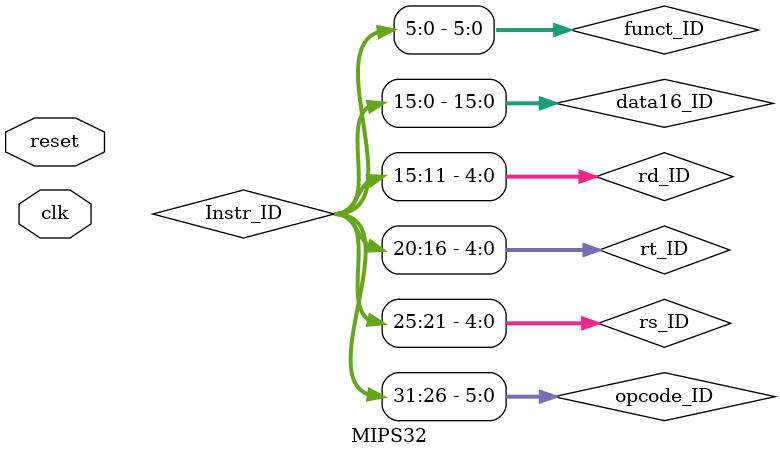
<source format=v>

module MIPS32(
    input clk,
    input reset
);
    // IF STAGE
  
    wire [31:0] PC_current, PC_next, PC_add4;
    wire [31:0] Instr_IF;

    wire        branch_taken;
    wire [31:0] PCBranch_EXMEM;

    // PC
    PC pc0(
        .clk(clk),
        .reset(reset),
        .En(1'b1),
        .PC_in(PC_next),
        .PC_out(PC_current)
    );

    // PC + 4
    assign PC_add4 = PC_current + 32'd4;

    // Instruction Memory
    InstructionMemory imem0(
        .addr(PC_current),
        .instr(Instr_IF)
    );

    // Mux PCSrc (PC+4 vs PCBranch)
    Mux2 mux_pc_src(
        .data1(PC_add4),
        .data2(PCBranch_EXMEM),
        .sel(branch_taken),
        .result(PC_next)
    );

    // IF/ID pipeline reg
    wire [31:0] PC_add4_ID;
    wire [31:0] Instr_ID;

    IF_ID if_id0(
        .clk(clk),
        .reset(reset),
        .flush(branch_taken),   // limpiamos si branch tomado
        .PC_add4_in(PC_add4),
        .Instr_in(Instr_IF),
        .PC_add4_out(PC_add4_ID),
        .Instr_out(Instr_ID)
    );

    // ID STAGE

    wire [5:0] opcode_ID = Instr_ID[31:26];
    wire [4:0] rs_ID     = Instr_ID[25:21];
    wire [4:0] rt_ID     = Instr_ID[20:16];
    wire [4:0] rd_ID     = Instr_ID[15:11];
    wire [15:0] data16_ID = Instr_ID[15:0];
    wire [5:0] funct_ID  = Instr_ID[5:0];

    // Control principal
    wire RegDst_ID, Branch_ID, MemRead_ID, MemtoReg_ID;
    wire MemWrite_ID, ALUSrc_ID, RegWrite_ID;
    wire [1:0] ALUOp_ID;

    ControlUnit control0(
        .opcode(opcode_ID),
        .RegDst(RegDst_ID),
        .Branch(Branch_ID),
        .MemRead(MemRead_ID),
        .MemtoReg(MemtoReg_ID),
        .ALUOp(ALUOp_ID),
        .MemWrite(MemWrite_ID),
        .ALUSrc(ALUSrc_ID),
        .RegWrite(RegWrite_ID)
    );

    // Register File
    wire [31:0] RD1_ID, RD2_ID;
    wire [4:0]  WriteReg_WB;
    wire [31:0] WriteData_WB;
    wire        RegWrite_WB;

    RegisterFile rf0(
        .clk(clk),
        .RegWrite(RegWrite_WB),
        .rs(rs_ID),
        .rt(rt_ID),
        .rd(WriteReg_WB),
        .WD(WriteData_WB),
        .RD1(RD1_ID),
        .RD2(RD2_ID)
    );

    // Sign-extend
    wire [31:0] SignData_Extended;
    SignExtend se0(
        .data16(data16_ID),
        .data32(SignData_Extended)
    );

    // ID/EX pipeline reg
    wire [31:0] PC_add4_EX, RD1_EX, RD2_EX, SignImm_EX;
    wire [4:0]  rs_EX, rt_EX, rd_EX;
    wire [5:0]  funct_EX;
    wire        RegDst_EX, Branch_EX, MemRead_EX, MemWrite_EX;
    wire        MemtoReg_EX, ALUSrc_EX, RegWrite_EX;
    wire [1:0]  ALUOp_EX;

    ID_EX id_ex0(
        .clk(clk),
        .reset(reset),
        .flush(1'b0),             // sin unidad de riesgos
        .PC_add4_in(PC_add4_ID),
        .RD1_in(RD1_ID),
        .RD2_in(RD2_ID),
        .SignImm_in(SignData_Extended),
        .rs_in(rs_ID),
        .rt_in(rt_ID),
        .rd_in(rd_ID),
        .funct_in(funct_ID),
        .RegDst_in(RegDst_ID),
        .Branch_in(Branch_ID),
        .MemRead_in(MemRead_ID),
        .MemWrite_in(MemWrite_ID),
        .MemtoReg_in(MemtoReg_ID),
        .ALUSrc_in(ALUSrc_ID),
        .RegWrite_in(RegWrite_ID),
        .ALUOp_in(ALUOp_ID),

        .PC_add4_out(PC_add4_EX),
        .RD1_out(RD1_EX),
        .RD2_out(RD2_EX),
        .SignImm_out(SignImm_EX),
        .rs_out(rs_EX),
        .rt_out(rt_EX),
        .rd_out(rd_EX),
        .funct_out(funct_EX),
        .RegDst_out(RegDst_EX),
        .Branch_out(Branch_EX),
        .MemRead_out(MemRead_EX),
        .MemWrite_out(MemWrite_EX),
        .MemtoReg_out(MemtoReg_EX),
        .ALUSrc_out(ALUSrc_EX),
        .RegWrite_out(RegWrite_EX),
        .ALUOp_out(ALUOp_EX)
    );

    // EX STAGE

    // Mux RegDst (rt vs rd)
    wire [4:0] WriteReg_EX;
    Mux2 mux_RegDst(
        .data1(rt_EX),
        .data2(rd_EX),
        .sel(RegDst_EX),
        .result(WriteReg_EX)
    );

    // ShiftLeft2 para branch
    wire [31:0] SignImmShift_EX;
    ShiftLeft2 sl2_0(
        .in(SignImm_EX),
        .out(SignImmShift_EX)
    );

    // PCBranch = PC+4 + (SignImm << 2)
    wire [31:0] PCBranch_EX = PC_add4_EX + SignImmShift_EX;

    // ALUSrc mux
    wire [31:0] ALU_in2_EX;
    Mux2 mux_ALUSrc(
        .data1(RD2_EX),
        .data2(SignImm_EX),
        .sel(ALUSrc_EX),
        .result(ALU_in2_EX)
    );

    // ALUControl
    wire [3:0] ALUCtrl_EX;
    ALUControl alu_ctrl0(
        .ALUOp(ALUOp_EX),
        .funct(funct_EX),
        .ALUCtrl(ALUCtrl_EX)
    );

    // ALU
    wire [31:0] ALUResult_EX;
    wire        Zero_EX;
    ALU alu0(
        .A(RD1_EX),
        .B(ALU_in2_EX),
        .ALUCtrl(ALUCtrl_EX),
        .Result(ALUResult_EX),
        .Zero(Zero_EX)
    );

    // EX/MEM pipeline reg
    wire [31:0] ALUResult_EXMEM, RD2_EXMEM;
    wire [4:0]  WriteReg_EXMEM;
    wire        Zero_EXMEM;
    wire        Branch_EXMEM, MemRead_EXMEM, MemWrite_EXMEM;
    wire        MemtoReg_EXMEM, RegWrite_EXMEM;

    EX_MEM ex_mem0(
        .clk(clk),
        .reset(reset),
        .PCBranch_in(PCBranch_EX),
        .Zero_in(Zero_EX),
        .ALUResult_in(ALUResult_EX),
        .RD2_in(RD2_EX),
        .WriteReg_in(WriteReg_EX),
        .Branch_in(Branch_EX),
        .MemRead_in(MemRead_EX),
        .MemWrite_in(MemWrite_EX),
        .MemtoReg_in(MemtoReg_EX),
        .RegWrite_in(RegWrite_EX),

        .PCBranch_out(PCBranch_EXMEM),
        .Zero_out(Zero_EXMEM),
        .ALUResult_out(ALUResult_EXMEM),
        .RD2_out(RD2_EXMEM),
        .WriteReg_out(WriteReg_EXMEM),
        .Branch_out(Branch_EXMEM),
        .MemRead_out(MemRead_EXMEM),
        .MemWrite_out(MemWrite_EXMEM),
        .MemtoReg_out(MemtoReg_EXMEM),
        .RegWrite_out(RegWrite_EXMEM)
    );

    assign branch_taken = Branch_EXMEM & Zero_EXMEM;

    // MEM STAGE
    wire [31:0] ReadData_MEM;

    DataMemory dmem0(
        .clk(clk),
        .MemRead(MemRead_EXMEM),
        .MemWrite(MemWrite_EXMEM),
        .Address(ALUResult_EXMEM),
        .WriteData(RD2_EXMEM),
        .ReadData(ReadData_MEM)
    );

    // MEM/WB pipeline reg
    wire [31:0] ReadData_WB, ALUResult_WB;
    wire        MemtoReg_WB;

    MEM_WB mem_wb0(
        .clk(clk),
        .reset(reset),
        .ReadData_in(ReadData_MEM),
        .ALUResult_in(ALUResult_EXMEM),
        .WriteReg_in(WriteReg_EXMEM),
        .MemtoReg_in(MemtoReg_EXMEM),
        .RegWrite_in(RegWrite_EXMEM),

        .ReadData_out(ReadData_WB),
        .ALUResult_out(ALUResult_WB),
        .WriteReg_out(WriteReg_WB),
        .MemtoReg_out(MemtoReg_WB),
        .RegWrite_out(RegWrite_WB)
    );

    // WB STAGE

    // Mux MemtoReg (ALUResult vs ReadData)
    Mux2 mux_MemtoReg(
        .data1(ALUResult_WB),
        .data2(ReadData_WB),
        .sel(MemtoReg_WB),
        .result(WriteData_WB)
    );

endmodule

</source>
